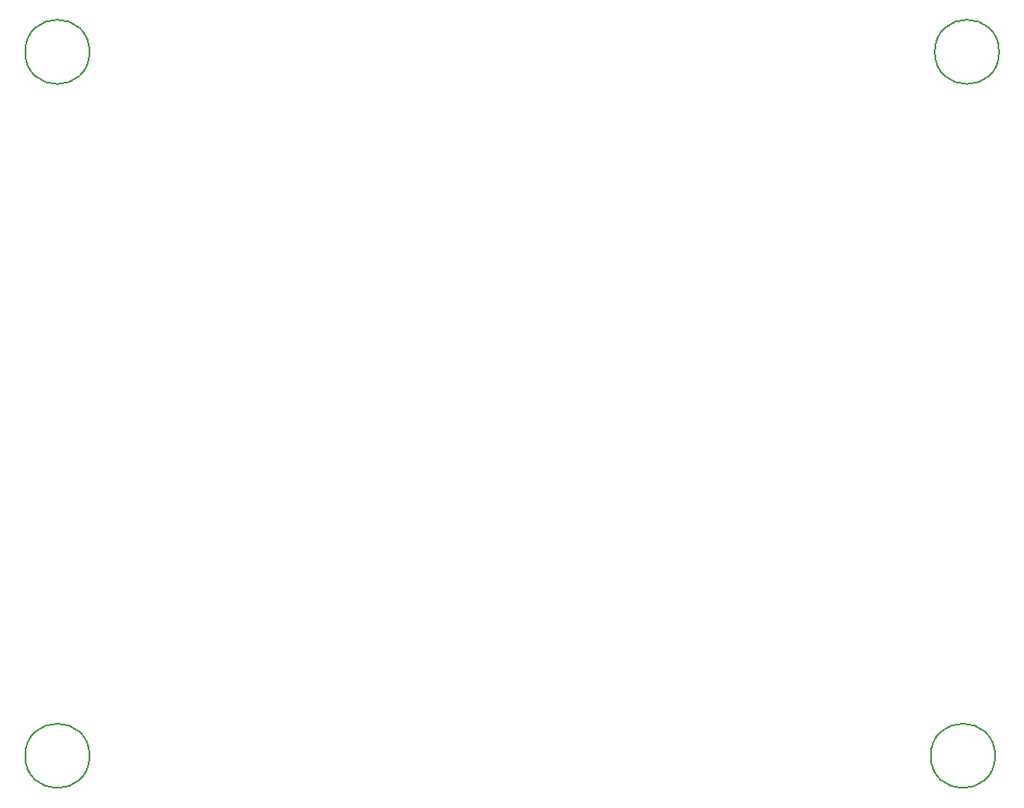
<source format=gbr>
%TF.GenerationSoftware,KiCad,Pcbnew,(6.0.9)*%
%TF.CreationDate,2022-11-21T22:50:26+02:00*%
%TF.ProjectId,Elekit2.0,456c656b-6974-4322-9e30-2e6b69636164,rev?*%
%TF.SameCoordinates,Original*%
%TF.FileFunction,Other,Comment*%
%FSLAX46Y46*%
G04 Gerber Fmt 4.6, Leading zero omitted, Abs format (unit mm)*
G04 Created by KiCad (PCBNEW (6.0.9)) date 2022-11-21 22:50:26*
%MOMM*%
%LPD*%
G01*
G04 APERTURE LIST*
%ADD10C,0.150000*%
G04 APERTURE END LIST*
D10*
%TO.C,H4*%
X28200000Y-95000000D02*
G75*
G03*
X28200000Y-95000000I-3200000J0D01*
G01*
%TO.C,H3*%
X28200000Y-25000000D02*
G75*
G03*
X28200000Y-25000000I-3200000J0D01*
G01*
%TO.C,H2*%
X118600000Y-25000000D02*
G75*
G03*
X118600000Y-25000000I-3200000J0D01*
G01*
%TO.C,H1*%
X118200000Y-95000000D02*
G75*
G03*
X118200000Y-95000000I-3200000J0D01*
G01*
%TD*%
M02*

</source>
